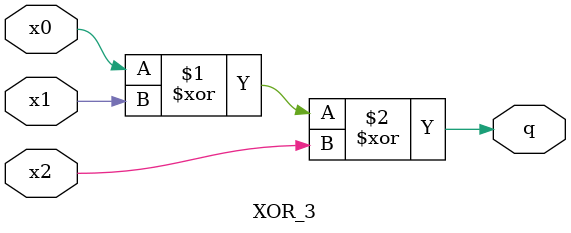
<source format=v>
/*
* -----------------------------------------------------------------
* AUTHOR  : Aein Rezaei Shahmirzadi (aein.rezaeishahmirzadi@rub.de)
* DOCUMENT: "Second-Order Low-Randomness d+1 Hardware Sharing of the AES" CCS'22
* -----------------------------------------------------------------
*
* Copyright (c) 2022, Aein Rezaei Shahmirzadi
*
* All rights reserved.
*
* THIS SOFTWARE IS PROVIDED BY THE COPYRIGHT HOLDERS AND CONTRIBUTORS "AS IS" AND
* ANY EXPRESS OR IMPLIED WARRANTIES, INCLUDING, BUT NOT LIMITED TO, THE IMPLIED
* WARRANTIES OF MERCHANTABILITY AND FITNESS FOR A PARTICULAR PURPOSE ARE
* DISCLAIMED. IN NO EVENT SHALL THE COPYRIGHT HOLDER OR CONTRIBUTERS BE LIABLE FOR ANY
* DIRECT, INDIRECT, INCIDENTAL, SPECIAL, EXEMPLARY, OR CONSEQUENTIAL DAMAGES
* (INCLUDING, BUT NOT LIMITED TO, PROCUREMENT OF SUBSTITUTE GOODS OR SERVICES;
* LOSS OF USE, DATA, OR PROFITS; OR BUSINESS INTERRUPTION) HOWEVER CAUSED AND
* ON ANY THEORY OF LIABILITY, WHETHER IN CONTRACT, STRICT LIABILITY, OR TORT
* (INCLUDING NEGLIGENCE OR OTHERWISE) ARISING IN ANY WAY OUT OF THE USE OF THIS
* SOFTWARE, EVEN IF ADVISED OF THE POSSIBILITY OF SUCH DAMAGE.
*
* Please see LICENSE and README for license and further instructions.
*/

module XOR_3(
    input x0,
    input x1,
    input x2,
    output q
    );

	assign q = x0 ^ x1 ^ x2;
endmodule

</source>
